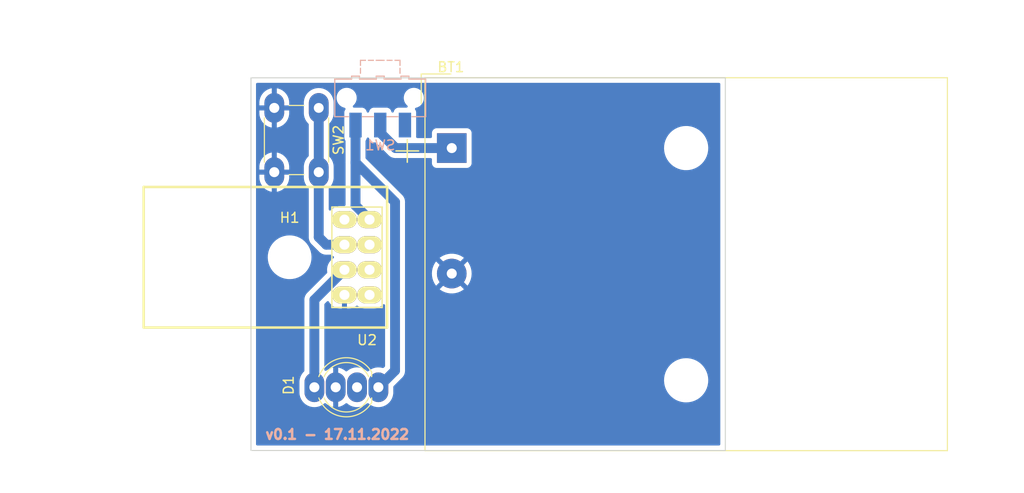
<source format=kicad_pcb>
(kicad_pcb (version 20211014) (generator pcbnew)
  (layers (0 "F.Cu" signal) (31 "B.Cu" signal) (34 "B.Paste" user) (35 "F.Paste" user) (36 "B.SilkS" user "B.Silkscreen") (37 "F.SilkS" user "F.Silkscreen") (38 "B.Mask" user) (39 "F.Mask" user) (44 "Edge.Cuts" user))
  (net 0 "")
  (net 5 "Net-(BT1-Pad1)")
  (net 6 "GND")
  (net 7 "+3V3")
  (net 8 "Net-(D1-Pad4)")
  (net 9 "Net-(SW2-Pad1)")
  (footprint "ESP8266:ESP-01" (layer "F.Cu") (at 84.136 144.526 180)
    (fp_text reference "U2" (at 0.254 -4.572) (layer "F.SilkS"))
    (fp_text value "ESP-01v090")
    (fp_line (start -1.778 10.922) (end -1.778 -3.302) (layer "F.SilkS") (width 0.254))
    (fp_line (start 3.81 -1.27) (end 1.27 -1.27) (layer "F.SilkS") (width 0.1524))
    (fp_line (start -1.27 8.89) (end 3.81 8.89) (layer "F.SilkS") (width 0.1524))
    (fp_line (start 22.86 -3.302) (end 22.86 10.922) (layer "F.SilkS") (width 0.254))
    (fp_line (start 22.86 10.922) (end -1.778 10.922) (layer "F.SilkS") (width 0.254))
    (fp_line (start -1.27 -1.27) (end -1.27 1.27) (layer "F.SilkS") (width 0.1524))
    (fp_line (start -1.778 -3.302) (end 22.86 -3.302) (layer "F.SilkS") (width 0.254))
    (fp_line (start -1.27 1.27) (end -1.27 8.89) (layer "F.SilkS") (width 0.1524))
    (fp_line (start 3.81 8.89) (end 3.81 -1.27) (layer "F.SilkS") (width 0.1524))
    (fp_line (start 1.27 -1.27) (end -1.27 -1.27) (layer "F.SilkS") (width 0.1524))
    (pad "1" thru_hole oval (at 0 0 180) (size 2.5 1.7272) (drill 1.016) (layers *.Cu *.Mask "F.SilkS"))
    (pad "2" thru_hole oval (at 2.54 0 180) (size 2.5 1.7272) (drill 1.016) (layers *.Cu *.Mask "F.SilkS") (net 6 "GND"))
    (pad "3" thru_hole oval (at 0 2.54 180) (size 2.5 1.7272) (drill 1.016) (layers *.Cu *.Mask "F.SilkS"))
    (pad "4" thru_hole oval (at 2.54 2.54 180) (size 2.5 1.7272) (drill 1.016) (layers *.Cu *.Mask "F.SilkS") (net 8 "Net-(D1-Pad4)"))
    (pad "5" thru_hole oval (at 0 5.08 180) (size 2.5 1.7272) (drill 1.016) (layers *.Cu *.Mask "F.SilkS"))
    (pad "6" thru_hole oval (at 2.54 5.08 180) (size 2.5 1.7272) (drill 1.016) (layers *.Cu *.Mask "F.SilkS") (net 9 "Net-(SW2-Pad1)"))
    (pad "7" thru_hole oval (at 0 7.62 180) (size 2.5 1.7272) (drill 1.016) (layers *.Cu *.Mask "F.SilkS") (net 7 "+3V3"))
    (pad "8" thru_hole oval (at 2.54 7.62 180) (size 2.5 1.7272) (drill 1.016) (layers *.Cu *.Mask "F.SilkS"))
  )
  (footprint "MountingHole:MountingHole_3mm" (layer "F.Cu") (at 76.0476 140.716)
    (fp_text reference "H1" (at 0 -4) (layer "F.SilkS"))
    (fp_text value "MountingHole")
    (pad "" np_thru_hole circle (at 0 0) (size 3.405 3.405) (drill 3.405) (layers F&B.Cu *.Mask))
  )
  (footprint "Button_Switch_THT:SW_PUSH_6mm_H4.3mm" (layer "F.Cu") (at 78.994 125.603 -90)
    (fp_text reference "SW2" (at 3.25 -2 90) (layer "F.SilkS"))
    (fp_text value "Button")
    (fp_line (start 5.5 -1) (end 1 -1) (layer "F.SilkS") (width 0.12))
    (fp_line (start -0.25 1.5) (end -0.25 3) (layer "F.SilkS") (width 0.12))
    (fp_line (start 1 5.5) (end 5.5 5.5) (layer "F.SilkS") (width 0.12))
    (fp_line (start 6.75 3) (end 6.75 1.5) (layer "F.SilkS") (width 0.12))
    (pad "1" thru_hole oval (at 6.5 0) (size 2 3) (drill 1.016) (layers *.Cu *.Mask) (net 9 "Net-(SW2-Pad1)"))
    (pad "1" thru_hole oval (at 0 0) (size 2 3) (drill 1) (layers *.Cu *.Mask) (net 9 "Net-(SW2-Pad1)"))
    (pad "2" thru_hole oval (at 6.5 4.5) (size 2 3) (drill 1.016) (layers *.Cu *.Mask) (net 6 "GND"))
    (pad "2" thru_hole oval (at 0 4.5) (size 2 3) (drill 1.016) (layers *.Cu *.Mask) (net 6 "GND"))
  )
  (footprint "LED_THT:LED_D5.0mm-4_RGB_Wide_Pins" (layer "F.Cu") (at 85.028 153.8732 180)
    (fp_text reference "D1" (at 9.082 0.2032 90) (layer "F.SilkS"))
    (fp_text value "WS2812B")
    (fp_line (start 0.6785 -1.545) (end 0.6785 -1.08) (layer "F.SilkS") (width 0.12))
    (fp_line (start 0.6785 1.08) (end 0.6785 1.545) (layer "F.SilkS") (width 0.12))
    (fp_arc (start 6.026315 1.080827) (mid 3.496956 2.978808) (end 0.6785 1.54483) (layer "F.SilkS") (width 0.12))
    (fp_arc (start 5.492979 1.080429) (mid 3.238262 2.5) (end 0.983816 1.08) (layer "F.SilkS") (width 0.12))
    (fp_arc (start 0.983816 -1.08) (mid 3.238262 -2.5) (end 5.492979 -1.080429) (layer "F.SilkS") (width 0.12))
    (fp_arc (start 0.6785 -1.54483) (mid 3.496956 -2.978809) (end 6.026315 -1.080827) (layer "F.SilkS") (width 0.12))
    (pad "1" thru_hole oval (at 0 0 270) (size 3 2) (drill 1.016) (layers *.Cu *.Mask) (net 7 "+3V3"))
    (pad "2" thru_hole oval (at 2.159 0 270) (size 3 2) (drill 1.016) (layers *.Cu *.Mask))
    (pad "3" thru_hole oval (at 4.318 0 270) (size 3 2) (drill 1.016) (layers *.Cu *.Mask) (net 6 "GND"))
    (pad "4" thru_hole oval (at 6.477 0 270) (size 3 2) (drill 1.016) (layers *.Cu *.Mask) (net 8 "Net-(D1-Pad4)"))
  )
  (footprint "Battery:BatteryHolder_Keystone_2479_3xAAA" (layer "F.Cu") (at 92.456 129.667)
    (fp_text reference "BT1" (at -0.09 -8.195) (layer "F.SilkS"))
    (fp_text value "Battery_Cell")
    (fp_text user "+" (at -4.5 0.05) (layer "F.SilkS") (effects (font (size 3 3))))
    (fp_line (start -3.09 -7.5) (end -0.09 -7.5) (layer "F.SilkS") (width 0.12))
    (fp_line (start -3.09 -4.5) (end -3.09 -7.5) (layer "F.SilkS") (width 0.12))
    (fp_line (start 50.16 -7.12) (end 50.16 30.62) (layer "F.SilkS") (width 0.12))
    (fp_line (start -2.71 -7.12) (end 50.16 -7.12) (layer "F.SilkS") (width 0.12))
    (fp_line (start -2.71 30.62) (end 50.16 30.62) (layer "F.SilkS") (width 0.12))
    (fp_line (start -2.71 -7.12) (end -2.71 30.62) (layer "F.SilkS") (width 0.12))
    (pad "" np_thru_hole circle (at 23.72 0) (size 3.45 3.45) (drill 3.45) (layers *.Cu *.Mask))
    (pad "" np_thru_hole circle (at 23.72 23.5) (size 3.45 3.45) (drill 3.45) (layers *.Cu *.Mask))
    (pad "1" thru_hole rect (at 0 0) (size 3 3) (drill 1.016) (layers *.Cu *.Mask) (net 5 "Net-(BT1-Pad1)"))
    (pad "2" thru_hole circle (at 0 12.7) (size 3 3) (drill 1.016) (layers *.Cu *.Mask) (net 6 "GND"))
  )
  (footprint "Button_Switch_SMD:SW_SPDT_CK-JS102011SAQN" (layer "B.Cu") (at 85.217 124.587)
    (fp_text reference "SW1" (at 0 4.8) (layer "B.SilkS") (effects (justify mirror)))
    (fp_text value "POWER")
    (fp_line (start 4.6 1.9) (end 4.6 -1.9) (layer "B.SilkS") (width 0.12))
    (fp_line (start 0.7 -3.8) (end 0.7 -3.8) (layer "B.SilkS") (width 0.12))
    (fp_line (start 0.7 1.9) (end 0.7 1.9) (layer "B.SilkS") (width 0.12))
    (fp_line (start 2.9 -1.9) (end 2.9 -2.2) (layer "B.SilkS") (width 0.12))
    (fp_line (start -4.6 -1.9) (end -4.6 -1.9) (layer "B.SilkS") (width 0.12))
    (fp_line (start -0.4 -2.2) (end -0.4 -1.9) (layer "B.SilkS") (width 0.12))
    (fp_line (start -2.1 -2.2) (end -2.9 -2.2) (layer "B.SilkS") (width 0.12))
    (fp_line (start -2 -3) (end -2 -2.5) (layer "B.SilkS") (width 0.12))
    (fp_line (start 0.4 -2.2) (end -0.4 -2.2) (layer "B.SilkS") (width 0.12))
    (fp_line (start 2.9 -2.2) (end 2.1 -2.2) (layer "B.SilkS") (width 0.12))
    (fp_line (start -4.6 1.9) (end -3.2 1.9) (layer "B.SilkS") (width 0.12))
    (fp_line (start 2 -3.8) (end 1.5 -3.8) (layer "B.SilkS") (width 0.12))
    (fp_line (start 1.2 -3.8) (end 0.7 -3.8) (layer "B.SilkS") (width 0.12))
    (fp_line (start 0.4 -1.9) (end 0.4 -2.2) (layer "B.SilkS") (width 0.12))
    (fp_line (start -4.6 -1.9) (end -4.6 1.9) (layer "B.SilkS") (width 0.12))
    (fp_line (start -0.4 -1.9) (end -2.1 -1.9) (layer "B.SilkS") (width 0.12))
    (fp_line (start -2 -2.5) (end -2 -2.5) (layer "B.SilkS") (width 0.12))
    (fp_line (start 2.1 -1.9) (end 0.4 -1.9) (layer "B.SilkS") (width 0.12))
    (fp_line (start 3.2 1.9) (end 4.6 1.9) (layer "B.SilkS") (width 0.12))
    (fp_line (start -0.4 -3.8) (end -0.4 -3.8) (layer "B.SilkS") (width 0.12))
    (fp_line (start 2 -2.5) (end 2 -2.5) (layer "B.SilkS") (width 0.12))
    (fp_line (start 4.6 -1.9) (end 2.9 -1.9) (layer "B.SilkS") (width 0.12))
    (fp_line (start -1.5 -3.8) (end -1.5 -3.8) (layer "B.SilkS") (width 0.12))
    (fp_line (start 1.8 1.9) (end 0.7 1.9) (layer "B.SilkS") (width 0.12))
    (fp_line (start 2 -3) (end 2 -2.5) (layer "B.SilkS") (width 0.12))
    (fp_line (start -1.2 -3.8) (end -0.7 -3.8) (layer "B.SilkS") (width 0.12))
    (fp_line (start -0.7 -3.8) (end -0.7 -3.8) (layer "B.SilkS") (width 0.12))
    (fp_line (start 2 -3.3) (end 2 -3.3) (layer "B.SilkS") (width 0.12))
    (fp_line (start -2 -3.3) (end -2 -3.3) (layer "B.SilkS") (width 0.12))
    (fp_line (start -2 -3.8) (end -2 -3.3) (layer "B.SilkS") (width 0.12))
    (fp_line (start 2.1 -2.2) (end 2.1 -1.9) (layer "B.SilkS") (width 0.12))
    (fp_line (start 0.4 -3.8) (end -0.4 -3.8) (layer "B.SilkS") (width 0.12))
    (fp_line (start 2 -3.8) (end 2 -3.3) (layer "B.SilkS") (width 0.12))
    (fp_line (start -2.1 -1.9) (end -2.1 -2.2) (layer "B.SilkS") (width 0.12))
    (fp_line (start 1.5 -3.8) (end 1.5 -3.8) (layer "B.SilkS") (width 0.12))
    (fp_line (start -2 -3.8) (end -1.5 -3.8) (layer "B.SilkS") (width 0.12))
    (fp_line (start -2.9 -2.2) (end -2.9 -1.9) (layer "B.SilkS") (width 0.12))
    (fp_line (start -1.8 1.9) (end -1.8 1.9) (layer "B.SilkS") (width 0.12))
    (fp_line (start -0.7 1.9) (end -1.8 1.9) (layer "B.SilkS") (width 0.12))
    (fp_line (start -2.9 -1.9) (end -4.6 -1.9) (layer "B.SilkS") (width 0.12))
    (pad "" np_thru_hole circle (at -3.4 0) (size 0.9 0.9) (drill 1.016) (layers F&B.Cu *.Mask))
    (pad "" np_thru_hole circle (at 3.4 0) (size 0.9 0.9) (drill 1.016) (layers F&B.Cu *.Mask))
    (pad "1" smd rect (at -2.5 2.75) (size 1.25 2.5) (layers "B.Cu" "B.Paste" "B.Mask") (net 7 "+3V3"))
    (pad "2" smd rect (at 0 2.75) (size 1.25 2.5) (layers "B.Cu" "B.Paste" "B.Mask") (net 5 "Net-(BT1-Pad1)"))
    (pad "3" smd rect (at 2.5 2.75) (size 1.25 2.5) (layers "B.Cu" "B.Paste" "B.Mask"))
  )
  (gr_rect (start 72.136 122.555) (end 120.142 160.274) (layer "Edge.Cuts") (width 0.1) (fill none))
  (gr_text "v0.1 - 17.11.2022" (at 80.8736 158.6484) (layer "B.SilkS") (effects (font (size 1 1) (thickness 0.25))))
  (segment (start 85.217 128.112) (end 86.772 129.667) (width 1) (layer "B.Cu") (net 5))
  (segment (start 85.217 127.591) (end 85.217 128.112) (width 1) (layer "B.Cu") (net 5))
  (segment (start 86.772 129.667) (end 92.456 129.667) (width 1) (layer "B.Cu") (net 5))
  (segment (start 85.028 153.8732) (end 86.7156 152.1856) (width 1) (layer "B.Cu") (net 7))
  (segment (start 86.7156 135.128) (end 82.717 131.1294) (width 1) (layer "B.Cu") (net 7))
  (segment (start 82.717 135.487) (end 84.136 136.906) (width 1) (layer "B.Cu") (net 7))
  (segment (start 82.717 131.1294) (end 82.717 135.487) (width 1) (layer "B.Cu") (net 7))
  (segment (start 82.717 127.591) (end 82.717 131.1294) (width 1) (layer "B.Cu") (net 7))
  (segment (start 86.7156 152.1856) (end 86.7156 135.128) (width 1) (layer "B.Cu") (net 7))
  (segment (start 78.551 145.031) (end 78.551 153.8732) (width 1) (layer "B.Cu") (net 8))
  (segment (start 81.596 141.986) (end 78.551 145.031) (width 1) (layer "B.Cu") (net 8))
  (segment (start 79.756 139.446) (end 81.596 139.446) (width 1) (layer "B.Cu") (net 9))
  (segment (start 78.994 132.103) (end 78.994 138.684) (width 1) (layer "B.Cu") (net 9))
  (segment (start 78.994 138.684) (end 79.756 139.446) (width 1) (layer "B.Cu") (net 9))
  (segment (start 78.994 125.603) (end 78.994 132.103) (width 1) (layer "B.Cu") (net 9))
  (zone (net 6) (net_name "GND") (layer "B.Cu") (connect_pads (clearance 0.508)) (min_thickness 0.254) (fill yes (thermal_gap 0.508) (thermal_bridge_width 0.508))
    (polygon (pts (xy 150.368 163.576) (xy 46.736 164.592) (xy 47.244 117.729) (xy 147.32 114.681)))
  )
)
</source>
